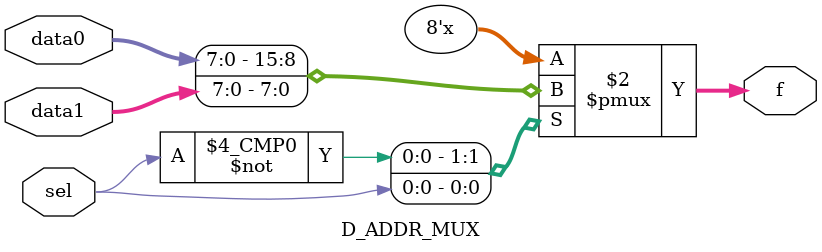
<source format=v>
`timescale 1ns / 1ps


// The Data Address Mux provides the traffic control for whether to load
// the new instruction from the PC address, or from the memory address	 
module D_ADDR_MUX (
		 input [7:0] data0,
		 input [7:0] data1,
		 input sel,
		 output reg [7:0] f);

		 // Trigger on either data inputs or the select signal for the next
		 // address input
		 always @ (data0 or data1 or sel)
		 begin
			case(sel)
				2'b0: begin //Program Counter Address
							f <= data0;
						 end
				2'b1: begin //Memory Address
							f <= data1;
						 end
			endcase
		 end
endmodule	// end of D_ADDR_MUX
</source>
